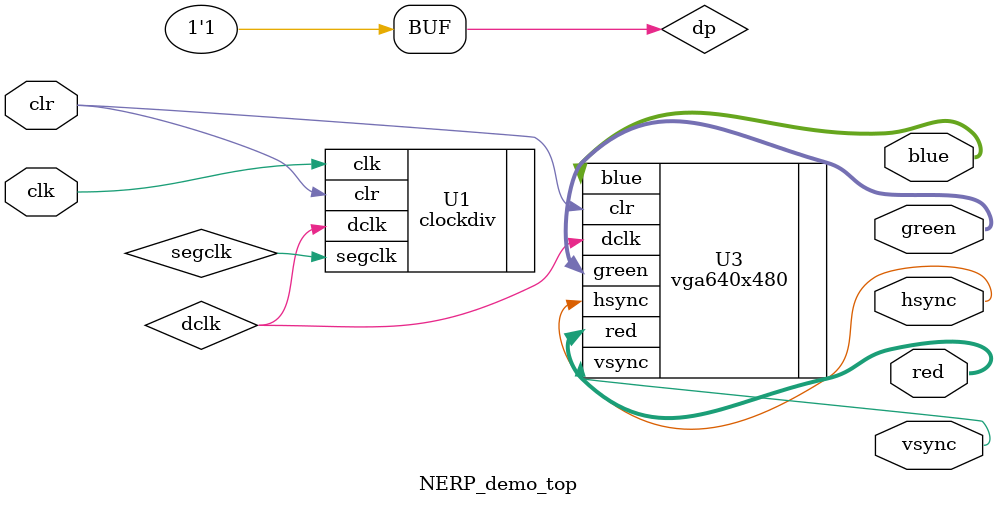
<source format=v>
`timescale 1ns / 1ps

module NERP_demo_top(
	input wire clk,			//master clock = 50MHz
	input wire clr,			//right-most pushbutton for reset
	output wire [2:0] red,	//red vga output - 3 bits
	output wire [2:0] green,//green vga output - 3 bits
	output wire [1:0] blue,	//blue vga output - 2 bits
	output wire hsync,		//horizontal sync out
	output wire vsync			//vertical sync out
	);

// 7-segment clock interconnect
wire segclk;

// VGA display clock interconnect
wire dclk;

// disable the 7-segment decimal points
assign dp = 1;

// generate 7-segment clock & display clock
clockdiv U1(
	.clk(clk),
	.clr(clr),
	.segclk(segclk),
	.dclk(dclk)
	);


// VGA controller
vga640x480 U3(
	.dclk(dclk),
	.clr(clr),
	.hsync(hsync),
	.vsync(vsync),
	.red(red),
	.green(green),
	.blue(blue)
	);

endmodule
</source>
